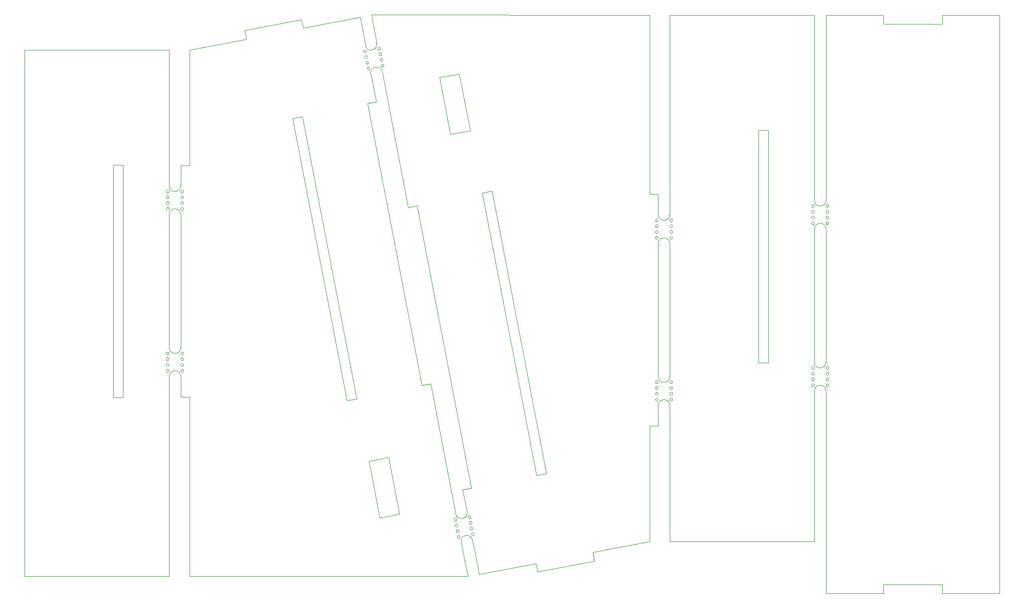
<source format=gbr>
%TF.GenerationSoftware,KiCad,Pcbnew,7.0.7*%
%TF.CreationDate,2023-12-29T22:10:29+01:00*%
%TF.ProjectId,sidePanels,73696465-5061-46e6-956c-732e6b696361,rev?*%
%TF.SameCoordinates,Original*%
%TF.FileFunction,Profile,NP*%
%FSLAX46Y46*%
G04 Gerber Fmt 4.6, Leading zero omitted, Abs format (unit mm)*
G04 Created by KiCad (PCBNEW 7.0.7) date 2023-12-29 22:10:29*
%MOMM*%
%LPD*%
G01*
G04 APERTURE LIST*
%TA.AperFunction,Profile*%
%ADD10C,0.050000*%
%TD*%
%TA.AperFunction,Profile*%
%ADD11C,0.100000*%
%TD*%
%TA.AperFunction,Profile*%
%ADD12C,0.120000*%
%TD*%
G04 APERTURE END LIST*
D10*
X162767375Y-126081889D02*
X161098045Y-126403353D01*
X151700000Y-77600000D01*
X153369330Y-77278540D01*
X162767375Y-126081889D01*
X149801599Y-128618142D02*
X140403557Y-79814793D01*
X101097605Y-52861088D02*
X101097605Y-72861090D01*
D11*
X99604945Y-104360107D02*
X99604945Y-81360107D01*
D10*
X129998045Y-113203351D02*
X128328716Y-113524811D01*
X118930669Y-64721462D01*
X120600000Y-64400000D01*
X129998045Y-113203351D01*
D11*
X211104945Y-106860107D02*
X211104945Y-83860107D01*
X97604945Y-109360107D02*
X97604945Y-143860107D01*
X184104945Y-114360107D02*
X184104945Y-137860107D01*
D10*
X221004945Y-48360107D02*
X231204945Y-48360107D01*
X160965771Y-141642015D02*
X161249413Y-143114952D01*
D11*
X182104945Y-86360107D02*
X182104945Y-109360107D01*
D10*
X120453137Y-47606244D02*
X110633549Y-49497196D01*
X101097605Y-72861090D02*
X99597603Y-72861091D01*
X231204945Y-48360107D02*
X231204945Y-46860107D01*
X148328663Y-128901787D02*
X149801599Y-128618142D01*
X110633549Y-49497196D02*
X110917190Y-50970137D01*
X131900951Y-62103054D02*
X141298993Y-110906403D01*
D11*
X97604945Y-76360107D02*
X97604945Y-52860107D01*
D10*
X241104945Y-68260107D02*
X241104945Y-46860107D01*
X231204945Y-46860107D02*
X241104945Y-46860107D01*
X221004945Y-146860107D02*
X211104945Y-146860107D01*
D11*
X134411238Y-56629624D02*
X138930619Y-80098436D01*
X184104945Y-86360107D02*
X184104945Y-109360107D01*
X99597602Y-112861090D02*
X99604945Y-109360107D01*
X149182267Y-143911161D02*
X148047695Y-138019409D01*
D10*
X141298993Y-110906403D02*
X142771931Y-110622760D01*
X231204945Y-146860107D02*
X231204945Y-145360107D01*
D11*
X151146184Y-143532970D02*
X150011612Y-137641218D01*
X97604945Y-81360107D02*
X97604945Y-104360107D01*
D10*
X140403557Y-79814793D02*
X138930619Y-80098436D01*
D11*
X211104945Y-78860107D02*
X211104945Y-46860107D01*
X184104945Y-81360107D02*
X184104945Y-46860107D01*
D10*
X171069000Y-141224000D02*
X170785360Y-139751059D01*
X231204945Y-146860107D02*
X241104945Y-146860107D01*
D11*
X149066135Y-132731424D02*
X148328663Y-128901787D01*
D10*
X182104948Y-77860106D02*
X180604945Y-77860104D01*
D11*
X132520283Y-46810034D02*
X133465760Y-51719831D01*
D10*
X149182267Y-143911161D02*
X101097607Y-143901090D01*
X180604945Y-77860104D02*
X180604943Y-46820105D01*
X99597602Y-112861090D02*
X101097605Y-112861090D01*
X87904945Y-72760107D02*
X89604945Y-72760107D01*
X89604945Y-112960107D01*
X87904945Y-112960107D01*
X87904945Y-72760107D01*
X241104945Y-146860107D02*
X241104945Y-125460107D01*
D11*
X137405906Y-133162647D02*
X133969047Y-133824485D01*
X132078096Y-124004896D01*
X135514950Y-123343061D01*
X137405906Y-133162647D01*
X209104945Y-46860107D02*
X209104945Y-78860107D01*
X209104945Y-83860107D02*
X209104945Y-106860107D01*
D10*
X221004945Y-46860107D02*
X211104945Y-46860107D01*
X241104945Y-125460107D02*
X241104945Y-68260107D01*
D11*
X147102217Y-133109616D02*
X142771931Y-110622760D01*
D10*
X199404945Y-66760107D02*
X201104945Y-66760107D01*
X201104945Y-106960107D01*
X199404945Y-106960107D01*
X199404945Y-66760107D01*
X72604945Y-143860107D02*
X72604945Y-52860107D01*
X97604945Y-52860107D02*
X72604945Y-52860107D01*
X161249413Y-143114952D02*
X171069000Y-141224000D01*
X101097605Y-112861090D02*
X101097607Y-143901090D01*
X110917190Y-50970137D02*
X101097605Y-52861088D01*
X170785360Y-139751059D02*
X180604945Y-137860107D01*
D11*
X132447320Y-57007815D02*
X133373887Y-61819408D01*
X99604945Y-76360107D02*
X99597603Y-72861091D01*
D10*
X151146184Y-143532970D02*
X160965771Y-141642015D01*
X184104945Y-137860107D02*
X209104945Y-137860107D01*
D11*
X182104945Y-114360107D02*
X182104947Y-117860105D01*
D10*
X130556364Y-47188228D02*
X120736780Y-49079182D01*
X120736780Y-49079182D02*
X120453137Y-47606244D01*
X209104945Y-46860107D02*
X184104945Y-46860107D01*
X180604945Y-117860106D02*
X182104947Y-117860105D01*
D11*
X149619950Y-66798456D02*
X146183095Y-67460292D01*
X144292139Y-57640704D01*
X147728998Y-56978868D01*
X149619950Y-66798456D01*
X131501843Y-52098021D02*
X130556364Y-47188228D01*
D10*
X221004945Y-46860107D02*
X221004945Y-48360107D01*
X132520283Y-46810034D02*
X180604943Y-46820105D01*
X133373887Y-61819408D02*
X131900951Y-62103054D01*
D11*
X182104948Y-77860106D02*
X182104945Y-81360107D01*
D10*
X72604945Y-143860107D02*
X97604945Y-143860107D01*
X221004945Y-145360107D02*
X221004945Y-146860107D01*
X211104945Y-111860107D02*
X211104945Y-146860107D01*
X180604945Y-137860107D02*
X180604945Y-117860106D01*
X231204945Y-145360107D02*
X221004945Y-145360107D01*
D11*
X209104945Y-111860107D02*
X209104945Y-137860107D01*
D12*
%TO.C,REF\u002A\u002A*%
X99604945Y-109360107D02*
G75*
G03*
X97604945Y-109360107I-1000000J0D01*
G01*
X97604945Y-104360107D02*
G75*
G03*
X99604945Y-104360107I1000000J0D01*
G01*
X97604945Y-108360107D02*
G75*
G03*
X97604945Y-108360107I-250000J0D01*
G01*
X100104945Y-108360107D02*
G75*
G03*
X100104945Y-108360107I-250000J0D01*
G01*
X97604945Y-107360107D02*
G75*
G03*
X97604945Y-107360107I-250000J0D01*
G01*
X100104945Y-107360107D02*
G75*
G03*
X100104945Y-107360107I-250000J0D01*
G01*
X97604945Y-106360107D02*
G75*
G03*
X97604945Y-106360107I-250000J0D01*
G01*
X100104945Y-106360107D02*
G75*
G03*
X100104945Y-106360107I-250000J0D01*
G01*
X97604945Y-105360107D02*
G75*
G03*
X97604945Y-105360107I-250000J0D01*
G01*
X100104945Y-105360107D02*
G75*
G03*
X100104945Y-105360107I-250000J0D01*
G01*
X211104945Y-111860107D02*
G75*
G03*
X209104945Y-111860107I-1000000J0D01*
G01*
X209104945Y-106860107D02*
G75*
G03*
X211104945Y-106860107I1000000J0D01*
G01*
X209104945Y-110860107D02*
G75*
G03*
X209104945Y-110860107I-250000J0D01*
G01*
X211604945Y-110860107D02*
G75*
G03*
X211604945Y-110860107I-250000J0D01*
G01*
X209104945Y-109860107D02*
G75*
G03*
X209104945Y-109860107I-250000J0D01*
G01*
X211604945Y-109860107D02*
G75*
G03*
X211604945Y-109860107I-250000J0D01*
G01*
X209104945Y-108860107D02*
G75*
G03*
X209104945Y-108860107I-250000J0D01*
G01*
X211604945Y-108860107D02*
G75*
G03*
X211604945Y-108860107I-250000J0D01*
G01*
X209104945Y-107860107D02*
G75*
G03*
X209104945Y-107860107I-250000J0D01*
G01*
X211604945Y-107860107D02*
G75*
G03*
X211604945Y-107860107I-250000J0D01*
G01*
X211104945Y-83860107D02*
G75*
G03*
X209104945Y-83860107I-1000000J0D01*
G01*
X209104945Y-78860107D02*
G75*
G03*
X211104945Y-78860107I1000000J0D01*
G01*
X209104945Y-82860107D02*
G75*
G03*
X209104945Y-82860107I-250000J0D01*
G01*
X211604945Y-82860107D02*
G75*
G03*
X211604945Y-82860107I-250000J0D01*
G01*
X209104945Y-81860107D02*
G75*
G03*
X209104945Y-81860107I-250000J0D01*
G01*
X211604945Y-81860107D02*
G75*
G03*
X211604945Y-81860107I-250000J0D01*
G01*
X209104945Y-80860107D02*
G75*
G03*
X209104945Y-80860107I-250000J0D01*
G01*
X211604945Y-80860107D02*
G75*
G03*
X211604945Y-80860107I-250000J0D01*
G01*
X209104945Y-79860107D02*
G75*
G03*
X209104945Y-79860107I-250000J0D01*
G01*
X211604945Y-79860107D02*
G75*
G03*
X211604945Y-79860107I-250000J0D01*
G01*
X150011612Y-137641218D02*
G75*
G03*
X148047694Y-138019409I-981959J-189095D01*
G01*
X147102218Y-133109615D02*
G75*
G03*
X149066134Y-132731424I981958J189095D01*
G01*
X147863109Y-137084724D02*
G75*
G03*
X147863109Y-137084724I-250000J0D01*
G01*
X150318005Y-136611985D02*
G75*
G03*
X150318005Y-136611985I-249999J0D01*
G01*
X147674013Y-136102765D02*
G75*
G03*
X147674013Y-136102765I-249999J0D01*
G01*
X150128910Y-135630027D02*
G75*
G03*
X150128910Y-135630027I-250000J0D01*
G01*
X147484918Y-135120807D02*
G75*
G03*
X147484918Y-135120807I-250000J0D01*
G01*
X149939815Y-134648068D02*
G75*
G03*
X149939815Y-134648068I-250000J0D01*
G01*
X147295823Y-134138848D02*
G75*
G03*
X147295823Y-134138848I-250000J0D01*
G01*
X149750719Y-133666109D02*
G75*
G03*
X149750719Y-133666109I-249999J0D01*
G01*
X134411238Y-56629624D02*
G75*
G03*
X132447320Y-57007815I-981959J-189095D01*
G01*
X131501844Y-52098021D02*
G75*
G03*
X133465760Y-51719830I981958J189095D01*
G01*
X132262735Y-56073130D02*
G75*
G03*
X132262735Y-56073130I-250000J0D01*
G01*
X134717631Y-55600391D02*
G75*
G03*
X134717631Y-55600391I-249999J0D01*
G01*
X132073639Y-55091171D02*
G75*
G03*
X132073639Y-55091171I-249999J0D01*
G01*
X134528536Y-54618433D02*
G75*
G03*
X134528536Y-54618433I-250000J0D01*
G01*
X131884544Y-54109213D02*
G75*
G03*
X131884544Y-54109213I-250000J0D01*
G01*
X134339441Y-53636474D02*
G75*
G03*
X134339441Y-53636474I-250000J0D01*
G01*
X131695449Y-53127254D02*
G75*
G03*
X131695449Y-53127254I-250000J0D01*
G01*
X134150345Y-52654515D02*
G75*
G03*
X134150345Y-52654515I-249999J0D01*
G01*
X99604945Y-81360107D02*
G75*
G03*
X97604945Y-81360107I-1000000J0D01*
G01*
X97604945Y-76360107D02*
G75*
G03*
X99604945Y-76360107I1000000J0D01*
G01*
X97604945Y-80360107D02*
G75*
G03*
X97604945Y-80360107I-250000J0D01*
G01*
X100104945Y-80360107D02*
G75*
G03*
X100104945Y-80360107I-250000J0D01*
G01*
X97604945Y-79360107D02*
G75*
G03*
X97604945Y-79360107I-250000J0D01*
G01*
X100104945Y-79360107D02*
G75*
G03*
X100104945Y-79360107I-250000J0D01*
G01*
X97604945Y-78360107D02*
G75*
G03*
X97604945Y-78360107I-250000J0D01*
G01*
X100104945Y-78360107D02*
G75*
G03*
X100104945Y-78360107I-250000J0D01*
G01*
X97604945Y-77360107D02*
G75*
G03*
X97604945Y-77360107I-250000J0D01*
G01*
X100104945Y-77360107D02*
G75*
G03*
X100104945Y-77360107I-250000J0D01*
G01*
X184104945Y-86360107D02*
G75*
G03*
X182104945Y-86360107I-1000000J0D01*
G01*
X182104945Y-81360107D02*
G75*
G03*
X184104945Y-81360107I1000000J0D01*
G01*
X182104945Y-85360107D02*
G75*
G03*
X182104945Y-85360107I-250000J0D01*
G01*
X184604945Y-85360107D02*
G75*
G03*
X184604945Y-85360107I-250000J0D01*
G01*
X182104945Y-84360107D02*
G75*
G03*
X182104945Y-84360107I-250000J0D01*
G01*
X184604945Y-84360107D02*
G75*
G03*
X184604945Y-84360107I-250000J0D01*
G01*
X182104945Y-83360107D02*
G75*
G03*
X182104945Y-83360107I-250000J0D01*
G01*
X184604945Y-83360107D02*
G75*
G03*
X184604945Y-83360107I-250000J0D01*
G01*
X182104945Y-82360107D02*
G75*
G03*
X182104945Y-82360107I-250000J0D01*
G01*
X184604945Y-82360107D02*
G75*
G03*
X184604945Y-82360107I-250000J0D01*
G01*
X184104945Y-114360107D02*
G75*
G03*
X182104945Y-114360107I-1000000J0D01*
G01*
X182104945Y-109360107D02*
G75*
G03*
X184104945Y-109360107I1000000J0D01*
G01*
X182104945Y-113360107D02*
G75*
G03*
X182104945Y-113360107I-250000J0D01*
G01*
X184604945Y-113360107D02*
G75*
G03*
X184604945Y-113360107I-250000J0D01*
G01*
X182104945Y-112360107D02*
G75*
G03*
X182104945Y-112360107I-250000J0D01*
G01*
X184604945Y-112360107D02*
G75*
G03*
X184604945Y-112360107I-250000J0D01*
G01*
X182104945Y-111360107D02*
G75*
G03*
X182104945Y-111360107I-250000J0D01*
G01*
X184604945Y-111360107D02*
G75*
G03*
X184604945Y-111360107I-250000J0D01*
G01*
X182104945Y-110360107D02*
G75*
G03*
X182104945Y-110360107I-250000J0D01*
G01*
X184604945Y-110360107D02*
G75*
G03*
X184604945Y-110360107I-250000J0D01*
G01*
%TD*%
M02*

</source>
